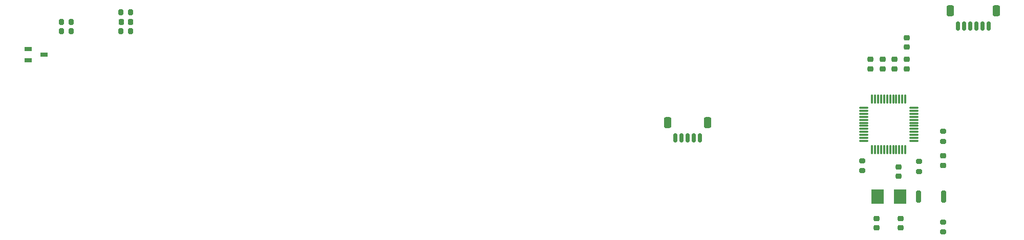
<source format=gtp>
%TF.GenerationSoftware,KiCad,Pcbnew,(6.0.7-1)-1*%
%TF.CreationDate,2023-02-20T20:57:27+08:00*%
%TF.ProjectId,layer1,6c617965-7231-42e6-9b69-6361645f7063,1.1*%
%TF.SameCoordinates,Original*%
%TF.FileFunction,Paste,Top*%
%TF.FilePolarity,Positive*%
%FSLAX46Y46*%
G04 Gerber Fmt 4.6, Leading zero omitted, Abs format (unit mm)*
G04 Created by KiCad (PCBNEW (6.0.7-1)-1) date 2023-02-20 20:57:27*
%MOMM*%
%LPD*%
G01*
G04 APERTURE LIST*
G04 Aperture macros list*
%AMRoundRect*
0 Rectangle with rounded corners*
0 $1 Rounding radius*
0 $2 $3 $4 $5 $6 $7 $8 $9 X,Y pos of 4 corners*
0 Add a 4 corners polygon primitive as box body*
4,1,4,$2,$3,$4,$5,$6,$7,$8,$9,$2,$3,0*
0 Add four circle primitives for the rounded corners*
1,1,$1+$1,$2,$3*
1,1,$1+$1,$4,$5*
1,1,$1+$1,$6,$7*
1,1,$1+$1,$8,$9*
0 Add four rect primitives between the rounded corners*
20,1,$1+$1,$2,$3,$4,$5,0*
20,1,$1+$1,$4,$5,$6,$7,0*
20,1,$1+$1,$6,$7,$8,$9,0*
20,1,$1+$1,$8,$9,$2,$3,0*%
G04 Aperture macros list end*
%ADD10RoundRect,0.225000X0.250000X-0.225000X0.250000X0.225000X-0.250000X0.225000X-0.250000X-0.225000X0*%
%ADD11RoundRect,0.200000X-0.275000X0.200000X-0.275000X-0.200000X0.275000X-0.200000X0.275000X0.200000X0*%
%ADD12RoundRect,0.200000X0.275000X-0.200000X0.275000X0.200000X-0.275000X0.200000X-0.275000X-0.200000X0*%
%ADD13RoundRect,0.200000X0.200000X0.275000X-0.200000X0.275000X-0.200000X-0.275000X0.200000X-0.275000X0*%
%ADD14RoundRect,0.200000X0.200000X0.800000X-0.200000X0.800000X-0.200000X-0.800000X0.200000X-0.800000X0*%
%ADD15RoundRect,0.150000X-0.150000X-0.625000X0.150000X-0.625000X0.150000X0.625000X-0.150000X0.625000X0*%
%ADD16RoundRect,0.250000X-0.350000X-0.650000X0.350000X-0.650000X0.350000X0.650000X-0.350000X0.650000X0*%
%ADD17RoundRect,0.225000X-0.250000X0.225000X-0.250000X-0.225000X0.250000X-0.225000X0.250000X0.225000X0*%
%ADD18RoundRect,0.225000X-0.225000X-0.250000X0.225000X-0.250000X0.225000X0.250000X-0.225000X0.250000X0*%
%ADD19RoundRect,0.075000X0.075000X-0.662500X0.075000X0.662500X-0.075000X0.662500X-0.075000X-0.662500X0*%
%ADD20RoundRect,0.075000X0.662500X-0.075000X0.662500X0.075000X-0.662500X0.075000X-0.662500X-0.075000X0*%
%ADD21RoundRect,0.200000X-0.200000X-0.275000X0.200000X-0.275000X0.200000X0.275000X-0.200000X0.275000X0*%
%ADD22R,1.220000X0.650000*%
%ADD23R,2.000000X2.400000*%
%ADD24RoundRect,0.218750X0.256250X-0.218750X0.256250X0.218750X-0.256250X0.218750X-0.256250X-0.218750X0*%
G04 APERTURE END LIST*
D10*
X172000001Y-128775000D03*
X172000001Y-127225000D03*
D11*
X169650001Y-117664800D03*
X169650001Y-119314800D03*
D10*
X175650001Y-120189800D03*
X175650001Y-118639800D03*
X176000001Y-128775000D03*
X176000001Y-127225000D03*
D12*
X179000001Y-119439800D03*
X179000001Y-117789800D03*
D13*
X48675000Y-93050000D03*
X47025000Y-93050000D03*
D14*
X183099999Y-123614799D03*
X178899999Y-123614799D03*
D11*
X183000002Y-112789797D03*
X183000002Y-114439797D03*
D15*
X138750000Y-113825000D03*
X139750000Y-113825000D03*
X140750000Y-113825000D03*
X141750000Y-113825000D03*
X142750000Y-113825000D03*
D16*
X144050000Y-111300000D03*
X137450000Y-111300000D03*
D10*
X177000001Y-102389798D03*
X177000001Y-100839798D03*
D17*
X173000002Y-100839799D03*
X173000002Y-102389799D03*
X175000001Y-100839799D03*
X175000001Y-102389799D03*
X177000001Y-97225000D03*
X177000001Y-98775000D03*
D13*
X38825000Y-96150000D03*
X37175000Y-96150000D03*
D18*
X47075000Y-94600000D03*
X48625000Y-94600000D03*
D19*
X171250001Y-115777299D03*
X171750001Y-115777299D03*
X172250001Y-115777299D03*
X172750001Y-115777299D03*
X173250001Y-115777299D03*
X173750001Y-115777299D03*
X174250001Y-115777299D03*
X174750001Y-115777299D03*
X175250001Y-115777299D03*
X175750001Y-115777299D03*
X176250001Y-115777299D03*
X176750001Y-115777299D03*
D20*
X178162501Y-114364799D03*
X178162501Y-113864799D03*
X178162501Y-113364799D03*
X178162501Y-112864799D03*
X178162501Y-112364799D03*
X178162501Y-111864799D03*
X178162501Y-111364799D03*
X178162501Y-110864799D03*
X178162501Y-110364799D03*
X178162501Y-109864799D03*
X178162501Y-109364799D03*
X178162501Y-108864799D03*
D19*
X176750001Y-107452299D03*
X176250001Y-107452299D03*
X175750001Y-107452299D03*
X175250001Y-107452299D03*
X174750001Y-107452299D03*
X174250001Y-107452299D03*
X173750001Y-107452299D03*
X173250001Y-107452299D03*
X172750001Y-107452299D03*
X172250001Y-107452299D03*
X171750001Y-107452299D03*
X171250001Y-107452299D03*
D20*
X169837501Y-108864799D03*
X169837501Y-109364799D03*
X169837501Y-109864799D03*
X169837501Y-110364799D03*
X169837501Y-110864799D03*
X169837501Y-111364799D03*
X169837501Y-111864799D03*
X169837501Y-112364799D03*
X169837501Y-112864799D03*
X169837501Y-113364799D03*
X169837501Y-113864799D03*
X169837501Y-114364799D03*
D21*
X47025000Y-96150000D03*
X48675000Y-96150000D03*
X37175000Y-94600000D03*
X38825000Y-94600000D03*
D22*
X31690000Y-99100000D03*
X31690000Y-101000000D03*
X34310000Y-100050000D03*
D23*
X175850001Y-123614799D03*
X172150001Y-123614799D03*
D17*
X171000002Y-100839797D03*
X171000002Y-102389797D03*
D12*
X183000001Y-129439800D03*
X183000001Y-127789800D03*
D15*
X185500000Y-95325000D03*
X186500000Y-95325000D03*
X187500000Y-95325000D03*
X188500000Y-95325000D03*
X189500000Y-95325000D03*
X190500000Y-95325000D03*
D16*
X184200000Y-92800000D03*
X191800000Y-92800000D03*
D24*
X183000001Y-118402298D03*
X183000001Y-116827298D03*
M02*

</source>
